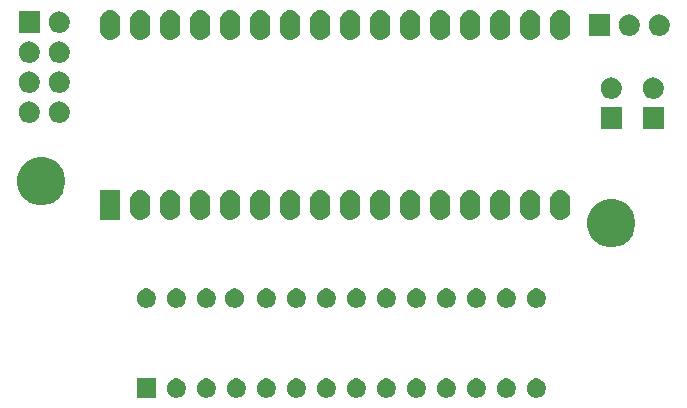
<source format=gbr>
G04 #@! TF.GenerationSoftware,KiCad,Pcbnew,(5.1.5-0-10_14)*
G04 #@! TF.CreationDate,2021-06-10T22:19:53-06:00*
G04 #@! TF.ProjectId,tc531000-tl866-adapter,74633533-3130-4303-902d-746c3836362d,rev?*
G04 #@! TF.SameCoordinates,Original*
G04 #@! TF.FileFunction,Soldermask,Top*
G04 #@! TF.FilePolarity,Negative*
%FSLAX46Y46*%
G04 Gerber Fmt 4.6, Leading zero omitted, Abs format (unit mm)*
G04 Created by KiCad (PCBNEW (5.1.5-0-10_14)) date 2021-06-10 22:19:53*
%MOMM*%
%LPD*%
G04 APERTURE LIST*
%ADD10C,0.100000*%
G04 APERTURE END LIST*
D10*
G36*
X153399142Y-95484242D02*
G01*
X153547101Y-95545529D01*
X153680255Y-95634499D01*
X153793501Y-95747745D01*
X153882471Y-95880899D01*
X153943758Y-96028858D01*
X153975000Y-96185925D01*
X153975000Y-96346075D01*
X153943758Y-96503142D01*
X153882471Y-96651101D01*
X153793501Y-96784255D01*
X153680255Y-96897501D01*
X153547101Y-96986471D01*
X153399142Y-97047758D01*
X153242075Y-97079000D01*
X153081925Y-97079000D01*
X152924858Y-97047758D01*
X152776899Y-96986471D01*
X152643745Y-96897501D01*
X152530499Y-96784255D01*
X152441529Y-96651101D01*
X152380242Y-96503142D01*
X152349000Y-96346075D01*
X152349000Y-96185925D01*
X152380242Y-96028858D01*
X152441529Y-95880899D01*
X152530499Y-95747745D01*
X152643745Y-95634499D01*
X152776899Y-95545529D01*
X152924858Y-95484242D01*
X153081925Y-95453000D01*
X153242075Y-95453000D01*
X153399142Y-95484242D01*
G37*
G36*
X150859142Y-95484242D02*
G01*
X151007101Y-95545529D01*
X151140255Y-95634499D01*
X151253501Y-95747745D01*
X151342471Y-95880899D01*
X151403758Y-96028858D01*
X151435000Y-96185925D01*
X151435000Y-96346075D01*
X151403758Y-96503142D01*
X151342471Y-96651101D01*
X151253501Y-96784255D01*
X151140255Y-96897501D01*
X151007101Y-96986471D01*
X150859142Y-97047758D01*
X150702075Y-97079000D01*
X150541925Y-97079000D01*
X150384858Y-97047758D01*
X150236899Y-96986471D01*
X150103745Y-96897501D01*
X149990499Y-96784255D01*
X149901529Y-96651101D01*
X149840242Y-96503142D01*
X149809000Y-96346075D01*
X149809000Y-96185925D01*
X149840242Y-96028858D01*
X149901529Y-95880899D01*
X149990499Y-95747745D01*
X150103745Y-95634499D01*
X150236899Y-95545529D01*
X150384858Y-95484242D01*
X150541925Y-95453000D01*
X150702075Y-95453000D01*
X150859142Y-95484242D01*
G37*
G36*
X148319142Y-95484242D02*
G01*
X148467101Y-95545529D01*
X148600255Y-95634499D01*
X148713501Y-95747745D01*
X148802471Y-95880899D01*
X148863758Y-96028858D01*
X148895000Y-96185925D01*
X148895000Y-96346075D01*
X148863758Y-96503142D01*
X148802471Y-96651101D01*
X148713501Y-96784255D01*
X148600255Y-96897501D01*
X148467101Y-96986471D01*
X148319142Y-97047758D01*
X148162075Y-97079000D01*
X148001925Y-97079000D01*
X147844858Y-97047758D01*
X147696899Y-96986471D01*
X147563745Y-96897501D01*
X147450499Y-96784255D01*
X147361529Y-96651101D01*
X147300242Y-96503142D01*
X147269000Y-96346075D01*
X147269000Y-96185925D01*
X147300242Y-96028858D01*
X147361529Y-95880899D01*
X147450499Y-95747745D01*
X147563745Y-95634499D01*
X147696899Y-95545529D01*
X147844858Y-95484242D01*
X148001925Y-95453000D01*
X148162075Y-95453000D01*
X148319142Y-95484242D01*
G37*
G36*
X145779142Y-95484242D02*
G01*
X145927101Y-95545529D01*
X146060255Y-95634499D01*
X146173501Y-95747745D01*
X146262471Y-95880899D01*
X146323758Y-96028858D01*
X146355000Y-96185925D01*
X146355000Y-96346075D01*
X146323758Y-96503142D01*
X146262471Y-96651101D01*
X146173501Y-96784255D01*
X146060255Y-96897501D01*
X145927101Y-96986471D01*
X145779142Y-97047758D01*
X145622075Y-97079000D01*
X145461925Y-97079000D01*
X145304858Y-97047758D01*
X145156899Y-96986471D01*
X145023745Y-96897501D01*
X144910499Y-96784255D01*
X144821529Y-96651101D01*
X144760242Y-96503142D01*
X144729000Y-96346075D01*
X144729000Y-96185925D01*
X144760242Y-96028858D01*
X144821529Y-95880899D01*
X144910499Y-95747745D01*
X145023745Y-95634499D01*
X145156899Y-95545529D01*
X145304858Y-95484242D01*
X145461925Y-95453000D01*
X145622075Y-95453000D01*
X145779142Y-95484242D01*
G37*
G36*
X143239142Y-95484242D02*
G01*
X143387101Y-95545529D01*
X143520255Y-95634499D01*
X143633501Y-95747745D01*
X143722471Y-95880899D01*
X143783758Y-96028858D01*
X143815000Y-96185925D01*
X143815000Y-96346075D01*
X143783758Y-96503142D01*
X143722471Y-96651101D01*
X143633501Y-96784255D01*
X143520255Y-96897501D01*
X143387101Y-96986471D01*
X143239142Y-97047758D01*
X143082075Y-97079000D01*
X142921925Y-97079000D01*
X142764858Y-97047758D01*
X142616899Y-96986471D01*
X142483745Y-96897501D01*
X142370499Y-96784255D01*
X142281529Y-96651101D01*
X142220242Y-96503142D01*
X142189000Y-96346075D01*
X142189000Y-96185925D01*
X142220242Y-96028858D01*
X142281529Y-95880899D01*
X142370499Y-95747745D01*
X142483745Y-95634499D01*
X142616899Y-95545529D01*
X142764858Y-95484242D01*
X142921925Y-95453000D01*
X143082075Y-95453000D01*
X143239142Y-95484242D01*
G37*
G36*
X140699142Y-95484242D02*
G01*
X140847101Y-95545529D01*
X140980255Y-95634499D01*
X141093501Y-95747745D01*
X141182471Y-95880899D01*
X141243758Y-96028858D01*
X141275000Y-96185925D01*
X141275000Y-96346075D01*
X141243758Y-96503142D01*
X141182471Y-96651101D01*
X141093501Y-96784255D01*
X140980255Y-96897501D01*
X140847101Y-96986471D01*
X140699142Y-97047758D01*
X140542075Y-97079000D01*
X140381925Y-97079000D01*
X140224858Y-97047758D01*
X140076899Y-96986471D01*
X139943745Y-96897501D01*
X139830499Y-96784255D01*
X139741529Y-96651101D01*
X139680242Y-96503142D01*
X139649000Y-96346075D01*
X139649000Y-96185925D01*
X139680242Y-96028858D01*
X139741529Y-95880899D01*
X139830499Y-95747745D01*
X139943745Y-95634499D01*
X140076899Y-95545529D01*
X140224858Y-95484242D01*
X140381925Y-95453000D01*
X140542075Y-95453000D01*
X140699142Y-95484242D01*
G37*
G36*
X138159142Y-95484242D02*
G01*
X138307101Y-95545529D01*
X138440255Y-95634499D01*
X138553501Y-95747745D01*
X138642471Y-95880899D01*
X138703758Y-96028858D01*
X138735000Y-96185925D01*
X138735000Y-96346075D01*
X138703758Y-96503142D01*
X138642471Y-96651101D01*
X138553501Y-96784255D01*
X138440255Y-96897501D01*
X138307101Y-96986471D01*
X138159142Y-97047758D01*
X138002075Y-97079000D01*
X137841925Y-97079000D01*
X137684858Y-97047758D01*
X137536899Y-96986471D01*
X137403745Y-96897501D01*
X137290499Y-96784255D01*
X137201529Y-96651101D01*
X137140242Y-96503142D01*
X137109000Y-96346075D01*
X137109000Y-96185925D01*
X137140242Y-96028858D01*
X137201529Y-95880899D01*
X137290499Y-95747745D01*
X137403745Y-95634499D01*
X137536899Y-95545529D01*
X137684858Y-95484242D01*
X137841925Y-95453000D01*
X138002075Y-95453000D01*
X138159142Y-95484242D01*
G37*
G36*
X135619142Y-95484242D02*
G01*
X135767101Y-95545529D01*
X135900255Y-95634499D01*
X136013501Y-95747745D01*
X136102471Y-95880899D01*
X136163758Y-96028858D01*
X136195000Y-96185925D01*
X136195000Y-96346075D01*
X136163758Y-96503142D01*
X136102471Y-96651101D01*
X136013501Y-96784255D01*
X135900255Y-96897501D01*
X135767101Y-96986471D01*
X135619142Y-97047758D01*
X135462075Y-97079000D01*
X135301925Y-97079000D01*
X135144858Y-97047758D01*
X134996899Y-96986471D01*
X134863745Y-96897501D01*
X134750499Y-96784255D01*
X134661529Y-96651101D01*
X134600242Y-96503142D01*
X134569000Y-96346075D01*
X134569000Y-96185925D01*
X134600242Y-96028858D01*
X134661529Y-95880899D01*
X134750499Y-95747745D01*
X134863745Y-95634499D01*
X134996899Y-95545529D01*
X135144858Y-95484242D01*
X135301925Y-95453000D01*
X135462075Y-95453000D01*
X135619142Y-95484242D01*
G37*
G36*
X133079142Y-95484242D02*
G01*
X133227101Y-95545529D01*
X133360255Y-95634499D01*
X133473501Y-95747745D01*
X133562471Y-95880899D01*
X133623758Y-96028858D01*
X133655000Y-96185925D01*
X133655000Y-96346075D01*
X133623758Y-96503142D01*
X133562471Y-96651101D01*
X133473501Y-96784255D01*
X133360255Y-96897501D01*
X133227101Y-96986471D01*
X133079142Y-97047758D01*
X132922075Y-97079000D01*
X132761925Y-97079000D01*
X132604858Y-97047758D01*
X132456899Y-96986471D01*
X132323745Y-96897501D01*
X132210499Y-96784255D01*
X132121529Y-96651101D01*
X132060242Y-96503142D01*
X132029000Y-96346075D01*
X132029000Y-96185925D01*
X132060242Y-96028858D01*
X132121529Y-95880899D01*
X132210499Y-95747745D01*
X132323745Y-95634499D01*
X132456899Y-95545529D01*
X132604858Y-95484242D01*
X132761925Y-95453000D01*
X132922075Y-95453000D01*
X133079142Y-95484242D01*
G37*
G36*
X130539142Y-95484242D02*
G01*
X130687101Y-95545529D01*
X130820255Y-95634499D01*
X130933501Y-95747745D01*
X131022471Y-95880899D01*
X131083758Y-96028858D01*
X131115000Y-96185925D01*
X131115000Y-96346075D01*
X131083758Y-96503142D01*
X131022471Y-96651101D01*
X130933501Y-96784255D01*
X130820255Y-96897501D01*
X130687101Y-96986471D01*
X130539142Y-97047758D01*
X130382075Y-97079000D01*
X130221925Y-97079000D01*
X130064858Y-97047758D01*
X129916899Y-96986471D01*
X129783745Y-96897501D01*
X129670499Y-96784255D01*
X129581529Y-96651101D01*
X129520242Y-96503142D01*
X129489000Y-96346075D01*
X129489000Y-96185925D01*
X129520242Y-96028858D01*
X129581529Y-95880899D01*
X129670499Y-95747745D01*
X129783745Y-95634499D01*
X129916899Y-95545529D01*
X130064858Y-95484242D01*
X130221925Y-95453000D01*
X130382075Y-95453000D01*
X130539142Y-95484242D01*
G37*
G36*
X127999142Y-95484242D02*
G01*
X128147101Y-95545529D01*
X128280255Y-95634499D01*
X128393501Y-95747745D01*
X128482471Y-95880899D01*
X128543758Y-96028858D01*
X128575000Y-96185925D01*
X128575000Y-96346075D01*
X128543758Y-96503142D01*
X128482471Y-96651101D01*
X128393501Y-96784255D01*
X128280255Y-96897501D01*
X128147101Y-96986471D01*
X127999142Y-97047758D01*
X127842075Y-97079000D01*
X127681925Y-97079000D01*
X127524858Y-97047758D01*
X127376899Y-96986471D01*
X127243745Y-96897501D01*
X127130499Y-96784255D01*
X127041529Y-96651101D01*
X126980242Y-96503142D01*
X126949000Y-96346075D01*
X126949000Y-96185925D01*
X126980242Y-96028858D01*
X127041529Y-95880899D01*
X127130499Y-95747745D01*
X127243745Y-95634499D01*
X127376899Y-95545529D01*
X127524858Y-95484242D01*
X127681925Y-95453000D01*
X127842075Y-95453000D01*
X127999142Y-95484242D01*
G37*
G36*
X125459142Y-95484242D02*
G01*
X125607101Y-95545529D01*
X125740255Y-95634499D01*
X125853501Y-95747745D01*
X125942471Y-95880899D01*
X126003758Y-96028858D01*
X126035000Y-96185925D01*
X126035000Y-96346075D01*
X126003758Y-96503142D01*
X125942471Y-96651101D01*
X125853501Y-96784255D01*
X125740255Y-96897501D01*
X125607101Y-96986471D01*
X125459142Y-97047758D01*
X125302075Y-97079000D01*
X125141925Y-97079000D01*
X124984858Y-97047758D01*
X124836899Y-96986471D01*
X124703745Y-96897501D01*
X124590499Y-96784255D01*
X124501529Y-96651101D01*
X124440242Y-96503142D01*
X124409000Y-96346075D01*
X124409000Y-96185925D01*
X124440242Y-96028858D01*
X124501529Y-95880899D01*
X124590499Y-95747745D01*
X124703745Y-95634499D01*
X124836899Y-95545529D01*
X124984858Y-95484242D01*
X125141925Y-95453000D01*
X125302075Y-95453000D01*
X125459142Y-95484242D01*
G37*
G36*
X122919142Y-95484242D02*
G01*
X123067101Y-95545529D01*
X123200255Y-95634499D01*
X123313501Y-95747745D01*
X123402471Y-95880899D01*
X123463758Y-96028858D01*
X123495000Y-96185925D01*
X123495000Y-96346075D01*
X123463758Y-96503142D01*
X123402471Y-96651101D01*
X123313501Y-96784255D01*
X123200255Y-96897501D01*
X123067101Y-96986471D01*
X122919142Y-97047758D01*
X122762075Y-97079000D01*
X122601925Y-97079000D01*
X122444858Y-97047758D01*
X122296899Y-96986471D01*
X122163745Y-96897501D01*
X122050499Y-96784255D01*
X121961529Y-96651101D01*
X121900242Y-96503142D01*
X121869000Y-96346075D01*
X121869000Y-96185925D01*
X121900242Y-96028858D01*
X121961529Y-95880899D01*
X122050499Y-95747745D01*
X122163745Y-95634499D01*
X122296899Y-95545529D01*
X122444858Y-95484242D01*
X122601925Y-95453000D01*
X122762075Y-95453000D01*
X122919142Y-95484242D01*
G37*
G36*
X120955000Y-97079000D02*
G01*
X119329000Y-97079000D01*
X119329000Y-95453000D01*
X120955000Y-95453000D01*
X120955000Y-97079000D01*
G37*
G36*
X120379142Y-87864242D02*
G01*
X120527101Y-87925529D01*
X120660255Y-88014499D01*
X120773501Y-88127745D01*
X120862471Y-88260899D01*
X120923758Y-88408858D01*
X120955000Y-88565925D01*
X120955000Y-88726075D01*
X120923758Y-88883142D01*
X120862471Y-89031101D01*
X120773501Y-89164255D01*
X120660255Y-89277501D01*
X120527101Y-89366471D01*
X120379142Y-89427758D01*
X120222075Y-89459000D01*
X120061925Y-89459000D01*
X119904858Y-89427758D01*
X119756899Y-89366471D01*
X119623745Y-89277501D01*
X119510499Y-89164255D01*
X119421529Y-89031101D01*
X119360242Y-88883142D01*
X119329000Y-88726075D01*
X119329000Y-88565925D01*
X119360242Y-88408858D01*
X119421529Y-88260899D01*
X119510499Y-88127745D01*
X119623745Y-88014499D01*
X119756899Y-87925529D01*
X119904858Y-87864242D01*
X120061925Y-87833000D01*
X120222075Y-87833000D01*
X120379142Y-87864242D01*
G37*
G36*
X122919142Y-87864242D02*
G01*
X123067101Y-87925529D01*
X123200255Y-88014499D01*
X123313501Y-88127745D01*
X123402471Y-88260899D01*
X123463758Y-88408858D01*
X123495000Y-88565925D01*
X123495000Y-88726075D01*
X123463758Y-88883142D01*
X123402471Y-89031101D01*
X123313501Y-89164255D01*
X123200255Y-89277501D01*
X123067101Y-89366471D01*
X122919142Y-89427758D01*
X122762075Y-89459000D01*
X122601925Y-89459000D01*
X122444858Y-89427758D01*
X122296899Y-89366471D01*
X122163745Y-89277501D01*
X122050499Y-89164255D01*
X121961529Y-89031101D01*
X121900242Y-88883142D01*
X121869000Y-88726075D01*
X121869000Y-88565925D01*
X121900242Y-88408858D01*
X121961529Y-88260899D01*
X122050499Y-88127745D01*
X122163745Y-88014499D01*
X122296899Y-87925529D01*
X122444858Y-87864242D01*
X122601925Y-87833000D01*
X122762075Y-87833000D01*
X122919142Y-87864242D01*
G37*
G36*
X125459142Y-87864242D02*
G01*
X125607101Y-87925529D01*
X125740255Y-88014499D01*
X125853501Y-88127745D01*
X125942471Y-88260899D01*
X126003758Y-88408858D01*
X126035000Y-88565925D01*
X126035000Y-88726075D01*
X126003758Y-88883142D01*
X125942471Y-89031101D01*
X125853501Y-89164255D01*
X125740255Y-89277501D01*
X125607101Y-89366471D01*
X125459142Y-89427758D01*
X125302075Y-89459000D01*
X125141925Y-89459000D01*
X124984858Y-89427758D01*
X124836899Y-89366471D01*
X124703745Y-89277501D01*
X124590499Y-89164255D01*
X124501529Y-89031101D01*
X124440242Y-88883142D01*
X124409000Y-88726075D01*
X124409000Y-88565925D01*
X124440242Y-88408858D01*
X124501529Y-88260899D01*
X124590499Y-88127745D01*
X124703745Y-88014499D01*
X124836899Y-87925529D01*
X124984858Y-87864242D01*
X125141925Y-87833000D01*
X125302075Y-87833000D01*
X125459142Y-87864242D01*
G37*
G36*
X127872142Y-87864242D02*
G01*
X128020101Y-87925529D01*
X128153255Y-88014499D01*
X128266501Y-88127745D01*
X128355471Y-88260899D01*
X128416758Y-88408858D01*
X128448000Y-88565925D01*
X128448000Y-88726075D01*
X128416758Y-88883142D01*
X128355471Y-89031101D01*
X128266501Y-89164255D01*
X128153255Y-89277501D01*
X128020101Y-89366471D01*
X127872142Y-89427758D01*
X127715075Y-89459000D01*
X127554925Y-89459000D01*
X127397858Y-89427758D01*
X127249899Y-89366471D01*
X127116745Y-89277501D01*
X127003499Y-89164255D01*
X126914529Y-89031101D01*
X126853242Y-88883142D01*
X126822000Y-88726075D01*
X126822000Y-88565925D01*
X126853242Y-88408858D01*
X126914529Y-88260899D01*
X127003499Y-88127745D01*
X127116745Y-88014499D01*
X127249899Y-87925529D01*
X127397858Y-87864242D01*
X127554925Y-87833000D01*
X127715075Y-87833000D01*
X127872142Y-87864242D01*
G37*
G36*
X130539142Y-87864242D02*
G01*
X130687101Y-87925529D01*
X130820255Y-88014499D01*
X130933501Y-88127745D01*
X131022471Y-88260899D01*
X131083758Y-88408858D01*
X131115000Y-88565925D01*
X131115000Y-88726075D01*
X131083758Y-88883142D01*
X131022471Y-89031101D01*
X130933501Y-89164255D01*
X130820255Y-89277501D01*
X130687101Y-89366471D01*
X130539142Y-89427758D01*
X130382075Y-89459000D01*
X130221925Y-89459000D01*
X130064858Y-89427758D01*
X129916899Y-89366471D01*
X129783745Y-89277501D01*
X129670499Y-89164255D01*
X129581529Y-89031101D01*
X129520242Y-88883142D01*
X129489000Y-88726075D01*
X129489000Y-88565925D01*
X129520242Y-88408858D01*
X129581529Y-88260899D01*
X129670499Y-88127745D01*
X129783745Y-88014499D01*
X129916899Y-87925529D01*
X130064858Y-87864242D01*
X130221925Y-87833000D01*
X130382075Y-87833000D01*
X130539142Y-87864242D01*
G37*
G36*
X133079142Y-87864242D02*
G01*
X133227101Y-87925529D01*
X133360255Y-88014499D01*
X133473501Y-88127745D01*
X133562471Y-88260899D01*
X133623758Y-88408858D01*
X133655000Y-88565925D01*
X133655000Y-88726075D01*
X133623758Y-88883142D01*
X133562471Y-89031101D01*
X133473501Y-89164255D01*
X133360255Y-89277501D01*
X133227101Y-89366471D01*
X133079142Y-89427758D01*
X132922075Y-89459000D01*
X132761925Y-89459000D01*
X132604858Y-89427758D01*
X132456899Y-89366471D01*
X132323745Y-89277501D01*
X132210499Y-89164255D01*
X132121529Y-89031101D01*
X132060242Y-88883142D01*
X132029000Y-88726075D01*
X132029000Y-88565925D01*
X132060242Y-88408858D01*
X132121529Y-88260899D01*
X132210499Y-88127745D01*
X132323745Y-88014499D01*
X132456899Y-87925529D01*
X132604858Y-87864242D01*
X132761925Y-87833000D01*
X132922075Y-87833000D01*
X133079142Y-87864242D01*
G37*
G36*
X135619142Y-87864242D02*
G01*
X135767101Y-87925529D01*
X135900255Y-88014499D01*
X136013501Y-88127745D01*
X136102471Y-88260899D01*
X136163758Y-88408858D01*
X136195000Y-88565925D01*
X136195000Y-88726075D01*
X136163758Y-88883142D01*
X136102471Y-89031101D01*
X136013501Y-89164255D01*
X135900255Y-89277501D01*
X135767101Y-89366471D01*
X135619142Y-89427758D01*
X135462075Y-89459000D01*
X135301925Y-89459000D01*
X135144858Y-89427758D01*
X134996899Y-89366471D01*
X134863745Y-89277501D01*
X134750499Y-89164255D01*
X134661529Y-89031101D01*
X134600242Y-88883142D01*
X134569000Y-88726075D01*
X134569000Y-88565925D01*
X134600242Y-88408858D01*
X134661529Y-88260899D01*
X134750499Y-88127745D01*
X134863745Y-88014499D01*
X134996899Y-87925529D01*
X135144858Y-87864242D01*
X135301925Y-87833000D01*
X135462075Y-87833000D01*
X135619142Y-87864242D01*
G37*
G36*
X138159142Y-87864242D02*
G01*
X138307101Y-87925529D01*
X138440255Y-88014499D01*
X138553501Y-88127745D01*
X138642471Y-88260899D01*
X138703758Y-88408858D01*
X138735000Y-88565925D01*
X138735000Y-88726075D01*
X138703758Y-88883142D01*
X138642471Y-89031101D01*
X138553501Y-89164255D01*
X138440255Y-89277501D01*
X138307101Y-89366471D01*
X138159142Y-89427758D01*
X138002075Y-89459000D01*
X137841925Y-89459000D01*
X137684858Y-89427758D01*
X137536899Y-89366471D01*
X137403745Y-89277501D01*
X137290499Y-89164255D01*
X137201529Y-89031101D01*
X137140242Y-88883142D01*
X137109000Y-88726075D01*
X137109000Y-88565925D01*
X137140242Y-88408858D01*
X137201529Y-88260899D01*
X137290499Y-88127745D01*
X137403745Y-88014499D01*
X137536899Y-87925529D01*
X137684858Y-87864242D01*
X137841925Y-87833000D01*
X138002075Y-87833000D01*
X138159142Y-87864242D01*
G37*
G36*
X140699142Y-87864242D02*
G01*
X140847101Y-87925529D01*
X140980255Y-88014499D01*
X141093501Y-88127745D01*
X141182471Y-88260899D01*
X141243758Y-88408858D01*
X141275000Y-88565925D01*
X141275000Y-88726075D01*
X141243758Y-88883142D01*
X141182471Y-89031101D01*
X141093501Y-89164255D01*
X140980255Y-89277501D01*
X140847101Y-89366471D01*
X140699142Y-89427758D01*
X140542075Y-89459000D01*
X140381925Y-89459000D01*
X140224858Y-89427758D01*
X140076899Y-89366471D01*
X139943745Y-89277501D01*
X139830499Y-89164255D01*
X139741529Y-89031101D01*
X139680242Y-88883142D01*
X139649000Y-88726075D01*
X139649000Y-88565925D01*
X139680242Y-88408858D01*
X139741529Y-88260899D01*
X139830499Y-88127745D01*
X139943745Y-88014499D01*
X140076899Y-87925529D01*
X140224858Y-87864242D01*
X140381925Y-87833000D01*
X140542075Y-87833000D01*
X140699142Y-87864242D01*
G37*
G36*
X143239142Y-87864242D02*
G01*
X143387101Y-87925529D01*
X143520255Y-88014499D01*
X143633501Y-88127745D01*
X143722471Y-88260899D01*
X143783758Y-88408858D01*
X143815000Y-88565925D01*
X143815000Y-88726075D01*
X143783758Y-88883142D01*
X143722471Y-89031101D01*
X143633501Y-89164255D01*
X143520255Y-89277501D01*
X143387101Y-89366471D01*
X143239142Y-89427758D01*
X143082075Y-89459000D01*
X142921925Y-89459000D01*
X142764858Y-89427758D01*
X142616899Y-89366471D01*
X142483745Y-89277501D01*
X142370499Y-89164255D01*
X142281529Y-89031101D01*
X142220242Y-88883142D01*
X142189000Y-88726075D01*
X142189000Y-88565925D01*
X142220242Y-88408858D01*
X142281529Y-88260899D01*
X142370499Y-88127745D01*
X142483745Y-88014499D01*
X142616899Y-87925529D01*
X142764858Y-87864242D01*
X142921925Y-87833000D01*
X143082075Y-87833000D01*
X143239142Y-87864242D01*
G37*
G36*
X145779142Y-87864242D02*
G01*
X145927101Y-87925529D01*
X146060255Y-88014499D01*
X146173501Y-88127745D01*
X146262471Y-88260899D01*
X146323758Y-88408858D01*
X146355000Y-88565925D01*
X146355000Y-88726075D01*
X146323758Y-88883142D01*
X146262471Y-89031101D01*
X146173501Y-89164255D01*
X146060255Y-89277501D01*
X145927101Y-89366471D01*
X145779142Y-89427758D01*
X145622075Y-89459000D01*
X145461925Y-89459000D01*
X145304858Y-89427758D01*
X145156899Y-89366471D01*
X145023745Y-89277501D01*
X144910499Y-89164255D01*
X144821529Y-89031101D01*
X144760242Y-88883142D01*
X144729000Y-88726075D01*
X144729000Y-88565925D01*
X144760242Y-88408858D01*
X144821529Y-88260899D01*
X144910499Y-88127745D01*
X145023745Y-88014499D01*
X145156899Y-87925529D01*
X145304858Y-87864242D01*
X145461925Y-87833000D01*
X145622075Y-87833000D01*
X145779142Y-87864242D01*
G37*
G36*
X148319142Y-87864242D02*
G01*
X148467101Y-87925529D01*
X148600255Y-88014499D01*
X148713501Y-88127745D01*
X148802471Y-88260899D01*
X148863758Y-88408858D01*
X148895000Y-88565925D01*
X148895000Y-88726075D01*
X148863758Y-88883142D01*
X148802471Y-89031101D01*
X148713501Y-89164255D01*
X148600255Y-89277501D01*
X148467101Y-89366471D01*
X148319142Y-89427758D01*
X148162075Y-89459000D01*
X148001925Y-89459000D01*
X147844858Y-89427758D01*
X147696899Y-89366471D01*
X147563745Y-89277501D01*
X147450499Y-89164255D01*
X147361529Y-89031101D01*
X147300242Y-88883142D01*
X147269000Y-88726075D01*
X147269000Y-88565925D01*
X147300242Y-88408858D01*
X147361529Y-88260899D01*
X147450499Y-88127745D01*
X147563745Y-88014499D01*
X147696899Y-87925529D01*
X147844858Y-87864242D01*
X148001925Y-87833000D01*
X148162075Y-87833000D01*
X148319142Y-87864242D01*
G37*
G36*
X150859142Y-87864242D02*
G01*
X151007101Y-87925529D01*
X151140255Y-88014499D01*
X151253501Y-88127745D01*
X151342471Y-88260899D01*
X151403758Y-88408858D01*
X151435000Y-88565925D01*
X151435000Y-88726075D01*
X151403758Y-88883142D01*
X151342471Y-89031101D01*
X151253501Y-89164255D01*
X151140255Y-89277501D01*
X151007101Y-89366471D01*
X150859142Y-89427758D01*
X150702075Y-89459000D01*
X150541925Y-89459000D01*
X150384858Y-89427758D01*
X150236899Y-89366471D01*
X150103745Y-89277501D01*
X149990499Y-89164255D01*
X149901529Y-89031101D01*
X149840242Y-88883142D01*
X149809000Y-88726075D01*
X149809000Y-88565925D01*
X149840242Y-88408858D01*
X149901529Y-88260899D01*
X149990499Y-88127745D01*
X150103745Y-88014499D01*
X150236899Y-87925529D01*
X150384858Y-87864242D01*
X150541925Y-87833000D01*
X150702075Y-87833000D01*
X150859142Y-87864242D01*
G37*
G36*
X153399142Y-87864242D02*
G01*
X153547101Y-87925529D01*
X153680255Y-88014499D01*
X153793501Y-88127745D01*
X153882471Y-88260899D01*
X153943758Y-88408858D01*
X153975000Y-88565925D01*
X153975000Y-88726075D01*
X153943758Y-88883142D01*
X153882471Y-89031101D01*
X153793501Y-89164255D01*
X153680255Y-89277501D01*
X153547101Y-89366471D01*
X153399142Y-89427758D01*
X153242075Y-89459000D01*
X153081925Y-89459000D01*
X152924858Y-89427758D01*
X152776899Y-89366471D01*
X152643745Y-89277501D01*
X152530499Y-89164255D01*
X152441529Y-89031101D01*
X152380242Y-88883142D01*
X152349000Y-88726075D01*
X152349000Y-88565925D01*
X152380242Y-88408858D01*
X152441529Y-88260899D01*
X152530499Y-88127745D01*
X152643745Y-88014499D01*
X152776899Y-87925529D01*
X152924858Y-87864242D01*
X153081925Y-87833000D01*
X153242075Y-87833000D01*
X153399142Y-87864242D01*
G37*
G36*
X160110254Y-80323818D02*
G01*
X160483511Y-80478426D01*
X160483513Y-80478427D01*
X160819436Y-80702884D01*
X161105116Y-80988564D01*
X161329574Y-81324489D01*
X161484182Y-81697746D01*
X161563000Y-82093993D01*
X161563000Y-82498007D01*
X161484182Y-82894254D01*
X161329574Y-83267511D01*
X161329573Y-83267513D01*
X161105116Y-83603436D01*
X160819436Y-83889116D01*
X160483513Y-84113573D01*
X160483512Y-84113574D01*
X160483511Y-84113574D01*
X160110254Y-84268182D01*
X159714007Y-84347000D01*
X159309993Y-84347000D01*
X158913746Y-84268182D01*
X158540489Y-84113574D01*
X158540488Y-84113574D01*
X158540487Y-84113573D01*
X158204564Y-83889116D01*
X157918884Y-83603436D01*
X157694427Y-83267513D01*
X157694426Y-83267511D01*
X157539818Y-82894254D01*
X157461000Y-82498007D01*
X157461000Y-82093993D01*
X157539818Y-81697746D01*
X157694426Y-81324489D01*
X157918884Y-80988564D01*
X158204564Y-80702884D01*
X158540487Y-80478427D01*
X158540489Y-80478426D01*
X158913746Y-80323818D01*
X159309993Y-80245000D01*
X159714007Y-80245000D01*
X160110254Y-80323818D01*
G37*
G36*
X155360822Y-79533313D02*
G01*
X155521241Y-79581976D01*
X155669077Y-79660995D01*
X155798659Y-79767341D01*
X155905004Y-79896922D01*
X155905005Y-79896924D01*
X155984024Y-80044758D01*
X156032687Y-80205177D01*
X156045000Y-80330196D01*
X156045000Y-81213803D01*
X156032687Y-81338822D01*
X155984024Y-81499242D01*
X155913114Y-81631906D01*
X155905004Y-81647078D01*
X155798659Y-81776659D01*
X155669078Y-81883004D01*
X155669076Y-81883005D01*
X155521242Y-81962024D01*
X155360823Y-82010687D01*
X155194000Y-82027117D01*
X155027178Y-82010687D01*
X154866759Y-81962024D01*
X154718925Y-81883005D01*
X154718923Y-81883004D01*
X154589342Y-81776659D01*
X154482997Y-81647078D01*
X154474887Y-81631906D01*
X154403977Y-81499242D01*
X154355314Y-81338823D01*
X154343000Y-81213803D01*
X154343000Y-80330197D01*
X154355313Y-80205178D01*
X154403976Y-80044759D01*
X154482995Y-79896923D01*
X154589341Y-79767341D01*
X154718922Y-79660996D01*
X154734094Y-79652886D01*
X154866758Y-79581976D01*
X155027177Y-79533313D01*
X155194000Y-79516883D01*
X155360822Y-79533313D01*
G37*
G36*
X119800822Y-79533313D02*
G01*
X119961241Y-79581976D01*
X120109077Y-79660995D01*
X120238659Y-79767341D01*
X120345004Y-79896922D01*
X120345005Y-79896924D01*
X120424024Y-80044758D01*
X120472687Y-80205177D01*
X120485000Y-80330196D01*
X120485000Y-81213803D01*
X120472687Y-81338822D01*
X120424024Y-81499242D01*
X120353114Y-81631906D01*
X120345004Y-81647078D01*
X120238659Y-81776659D01*
X120109078Y-81883004D01*
X120109076Y-81883005D01*
X119961242Y-81962024D01*
X119800823Y-82010687D01*
X119634000Y-82027117D01*
X119467178Y-82010687D01*
X119306759Y-81962024D01*
X119158925Y-81883005D01*
X119158923Y-81883004D01*
X119029342Y-81776659D01*
X118922997Y-81647078D01*
X118914887Y-81631906D01*
X118843977Y-81499242D01*
X118795314Y-81338823D01*
X118783000Y-81213803D01*
X118783000Y-80330197D01*
X118795313Y-80205178D01*
X118843976Y-80044759D01*
X118922995Y-79896923D01*
X119029341Y-79767341D01*
X119158922Y-79660996D01*
X119174094Y-79652886D01*
X119306758Y-79581976D01*
X119467177Y-79533313D01*
X119634000Y-79516883D01*
X119800822Y-79533313D01*
G37*
G36*
X150280822Y-79533313D02*
G01*
X150441241Y-79581976D01*
X150589077Y-79660995D01*
X150718659Y-79767341D01*
X150825004Y-79896922D01*
X150825005Y-79896924D01*
X150904024Y-80044758D01*
X150952687Y-80205177D01*
X150965000Y-80330196D01*
X150965000Y-81213803D01*
X150952687Y-81338822D01*
X150904024Y-81499242D01*
X150833114Y-81631906D01*
X150825004Y-81647078D01*
X150718659Y-81776659D01*
X150589078Y-81883004D01*
X150589076Y-81883005D01*
X150441242Y-81962024D01*
X150280823Y-82010687D01*
X150114000Y-82027117D01*
X149947178Y-82010687D01*
X149786759Y-81962024D01*
X149638925Y-81883005D01*
X149638923Y-81883004D01*
X149509342Y-81776659D01*
X149402997Y-81647078D01*
X149394887Y-81631906D01*
X149323977Y-81499242D01*
X149275314Y-81338823D01*
X149263000Y-81213803D01*
X149263000Y-80330197D01*
X149275313Y-80205178D01*
X149323976Y-80044759D01*
X149402995Y-79896923D01*
X149509341Y-79767341D01*
X149638922Y-79660996D01*
X149654094Y-79652886D01*
X149786758Y-79581976D01*
X149947177Y-79533313D01*
X150114000Y-79516883D01*
X150280822Y-79533313D01*
G37*
G36*
X152820822Y-79533313D02*
G01*
X152981241Y-79581976D01*
X153129077Y-79660995D01*
X153258659Y-79767341D01*
X153365004Y-79896922D01*
X153365005Y-79896924D01*
X153444024Y-80044758D01*
X153492687Y-80205177D01*
X153505000Y-80330196D01*
X153505000Y-81213803D01*
X153492687Y-81338822D01*
X153444024Y-81499242D01*
X153373114Y-81631906D01*
X153365004Y-81647078D01*
X153258659Y-81776659D01*
X153129078Y-81883004D01*
X153129076Y-81883005D01*
X152981242Y-81962024D01*
X152820823Y-82010687D01*
X152654000Y-82027117D01*
X152487178Y-82010687D01*
X152326759Y-81962024D01*
X152178925Y-81883005D01*
X152178923Y-81883004D01*
X152049342Y-81776659D01*
X151942997Y-81647078D01*
X151934887Y-81631906D01*
X151863977Y-81499242D01*
X151815314Y-81338823D01*
X151803000Y-81213803D01*
X151803000Y-80330197D01*
X151815313Y-80205178D01*
X151863976Y-80044759D01*
X151942995Y-79896923D01*
X152049341Y-79767341D01*
X152178922Y-79660996D01*
X152194094Y-79652886D01*
X152326758Y-79581976D01*
X152487177Y-79533313D01*
X152654000Y-79516883D01*
X152820822Y-79533313D01*
G37*
G36*
X147740822Y-79533313D02*
G01*
X147901241Y-79581976D01*
X148049077Y-79660995D01*
X148178659Y-79767341D01*
X148285004Y-79896922D01*
X148285005Y-79896924D01*
X148364024Y-80044758D01*
X148412687Y-80205177D01*
X148425000Y-80330196D01*
X148425000Y-81213803D01*
X148412687Y-81338822D01*
X148364024Y-81499242D01*
X148293114Y-81631906D01*
X148285004Y-81647078D01*
X148178659Y-81776659D01*
X148049078Y-81883004D01*
X148049076Y-81883005D01*
X147901242Y-81962024D01*
X147740823Y-82010687D01*
X147574000Y-82027117D01*
X147407178Y-82010687D01*
X147246759Y-81962024D01*
X147098925Y-81883005D01*
X147098923Y-81883004D01*
X146969342Y-81776659D01*
X146862997Y-81647078D01*
X146854887Y-81631906D01*
X146783977Y-81499242D01*
X146735314Y-81338823D01*
X146723000Y-81213803D01*
X146723000Y-80330197D01*
X146735313Y-80205178D01*
X146783976Y-80044759D01*
X146862995Y-79896923D01*
X146969341Y-79767341D01*
X147098922Y-79660996D01*
X147114094Y-79652886D01*
X147246758Y-79581976D01*
X147407177Y-79533313D01*
X147574000Y-79516883D01*
X147740822Y-79533313D01*
G37*
G36*
X145200822Y-79533313D02*
G01*
X145361241Y-79581976D01*
X145509077Y-79660995D01*
X145638659Y-79767341D01*
X145745004Y-79896922D01*
X145745005Y-79896924D01*
X145824024Y-80044758D01*
X145872687Y-80205177D01*
X145885000Y-80330196D01*
X145885000Y-81213803D01*
X145872687Y-81338822D01*
X145824024Y-81499242D01*
X145753114Y-81631906D01*
X145745004Y-81647078D01*
X145638659Y-81776659D01*
X145509078Y-81883004D01*
X145509076Y-81883005D01*
X145361242Y-81962024D01*
X145200823Y-82010687D01*
X145034000Y-82027117D01*
X144867178Y-82010687D01*
X144706759Y-81962024D01*
X144558925Y-81883005D01*
X144558923Y-81883004D01*
X144429342Y-81776659D01*
X144322997Y-81647078D01*
X144314887Y-81631906D01*
X144243977Y-81499242D01*
X144195314Y-81338823D01*
X144183000Y-81213803D01*
X144183000Y-80330197D01*
X144195313Y-80205178D01*
X144243976Y-80044759D01*
X144322995Y-79896923D01*
X144429341Y-79767341D01*
X144558922Y-79660996D01*
X144574094Y-79652886D01*
X144706758Y-79581976D01*
X144867177Y-79533313D01*
X145034000Y-79516883D01*
X145200822Y-79533313D01*
G37*
G36*
X142660822Y-79533313D02*
G01*
X142821241Y-79581976D01*
X142969077Y-79660995D01*
X143098659Y-79767341D01*
X143205004Y-79896922D01*
X143205005Y-79896924D01*
X143284024Y-80044758D01*
X143332687Y-80205177D01*
X143345000Y-80330196D01*
X143345000Y-81213803D01*
X143332687Y-81338822D01*
X143284024Y-81499242D01*
X143213114Y-81631906D01*
X143205004Y-81647078D01*
X143098659Y-81776659D01*
X142969078Y-81883004D01*
X142969076Y-81883005D01*
X142821242Y-81962024D01*
X142660823Y-82010687D01*
X142494000Y-82027117D01*
X142327178Y-82010687D01*
X142166759Y-81962024D01*
X142018925Y-81883005D01*
X142018923Y-81883004D01*
X141889342Y-81776659D01*
X141782997Y-81647078D01*
X141774887Y-81631906D01*
X141703977Y-81499242D01*
X141655314Y-81338823D01*
X141643000Y-81213803D01*
X141643000Y-80330197D01*
X141655313Y-80205178D01*
X141703976Y-80044759D01*
X141782995Y-79896923D01*
X141889341Y-79767341D01*
X142018922Y-79660996D01*
X142034094Y-79652886D01*
X142166758Y-79581976D01*
X142327177Y-79533313D01*
X142494000Y-79516883D01*
X142660822Y-79533313D01*
G37*
G36*
X140120822Y-79533313D02*
G01*
X140281241Y-79581976D01*
X140429077Y-79660995D01*
X140558659Y-79767341D01*
X140665004Y-79896922D01*
X140665005Y-79896924D01*
X140744024Y-80044758D01*
X140792687Y-80205177D01*
X140805000Y-80330196D01*
X140805000Y-81213803D01*
X140792687Y-81338822D01*
X140744024Y-81499242D01*
X140673114Y-81631906D01*
X140665004Y-81647078D01*
X140558659Y-81776659D01*
X140429078Y-81883004D01*
X140429076Y-81883005D01*
X140281242Y-81962024D01*
X140120823Y-82010687D01*
X139954000Y-82027117D01*
X139787178Y-82010687D01*
X139626759Y-81962024D01*
X139478925Y-81883005D01*
X139478923Y-81883004D01*
X139349342Y-81776659D01*
X139242997Y-81647078D01*
X139234887Y-81631906D01*
X139163977Y-81499242D01*
X139115314Y-81338823D01*
X139103000Y-81213803D01*
X139103000Y-80330197D01*
X139115313Y-80205178D01*
X139163976Y-80044759D01*
X139242995Y-79896923D01*
X139349341Y-79767341D01*
X139478922Y-79660996D01*
X139494094Y-79652886D01*
X139626758Y-79581976D01*
X139787177Y-79533313D01*
X139954000Y-79516883D01*
X140120822Y-79533313D01*
G37*
G36*
X137580822Y-79533313D02*
G01*
X137741241Y-79581976D01*
X137889077Y-79660995D01*
X138018659Y-79767341D01*
X138125004Y-79896922D01*
X138125005Y-79896924D01*
X138204024Y-80044758D01*
X138252687Y-80205177D01*
X138265000Y-80330196D01*
X138265000Y-81213803D01*
X138252687Y-81338822D01*
X138204024Y-81499242D01*
X138133114Y-81631906D01*
X138125004Y-81647078D01*
X138018659Y-81776659D01*
X137889078Y-81883004D01*
X137889076Y-81883005D01*
X137741242Y-81962024D01*
X137580823Y-82010687D01*
X137414000Y-82027117D01*
X137247178Y-82010687D01*
X137086759Y-81962024D01*
X136938925Y-81883005D01*
X136938923Y-81883004D01*
X136809342Y-81776659D01*
X136702997Y-81647078D01*
X136694887Y-81631906D01*
X136623977Y-81499242D01*
X136575314Y-81338823D01*
X136563000Y-81213803D01*
X136563000Y-80330197D01*
X136575313Y-80205178D01*
X136623976Y-80044759D01*
X136702995Y-79896923D01*
X136809341Y-79767341D01*
X136938922Y-79660996D01*
X136954094Y-79652886D01*
X137086758Y-79581976D01*
X137247177Y-79533313D01*
X137414000Y-79516883D01*
X137580822Y-79533313D01*
G37*
G36*
X135040822Y-79533313D02*
G01*
X135201241Y-79581976D01*
X135349077Y-79660995D01*
X135478659Y-79767341D01*
X135585004Y-79896922D01*
X135585005Y-79896924D01*
X135664024Y-80044758D01*
X135712687Y-80205177D01*
X135725000Y-80330196D01*
X135725000Y-81213803D01*
X135712687Y-81338822D01*
X135664024Y-81499242D01*
X135593114Y-81631906D01*
X135585004Y-81647078D01*
X135478659Y-81776659D01*
X135349078Y-81883004D01*
X135349076Y-81883005D01*
X135201242Y-81962024D01*
X135040823Y-82010687D01*
X134874000Y-82027117D01*
X134707178Y-82010687D01*
X134546759Y-81962024D01*
X134398925Y-81883005D01*
X134398923Y-81883004D01*
X134269342Y-81776659D01*
X134162997Y-81647078D01*
X134154887Y-81631906D01*
X134083977Y-81499242D01*
X134035314Y-81338823D01*
X134023000Y-81213803D01*
X134023000Y-80330197D01*
X134035313Y-80205178D01*
X134083976Y-80044759D01*
X134162995Y-79896923D01*
X134269341Y-79767341D01*
X134398922Y-79660996D01*
X134414094Y-79652886D01*
X134546758Y-79581976D01*
X134707177Y-79533313D01*
X134874000Y-79516883D01*
X135040822Y-79533313D01*
G37*
G36*
X132500822Y-79533313D02*
G01*
X132661241Y-79581976D01*
X132809077Y-79660995D01*
X132938659Y-79767341D01*
X133045004Y-79896922D01*
X133045005Y-79896924D01*
X133124024Y-80044758D01*
X133172687Y-80205177D01*
X133185000Y-80330196D01*
X133185000Y-81213803D01*
X133172687Y-81338822D01*
X133124024Y-81499242D01*
X133053114Y-81631906D01*
X133045004Y-81647078D01*
X132938659Y-81776659D01*
X132809078Y-81883004D01*
X132809076Y-81883005D01*
X132661242Y-81962024D01*
X132500823Y-82010687D01*
X132334000Y-82027117D01*
X132167178Y-82010687D01*
X132006759Y-81962024D01*
X131858925Y-81883005D01*
X131858923Y-81883004D01*
X131729342Y-81776659D01*
X131622997Y-81647078D01*
X131614887Y-81631906D01*
X131543977Y-81499242D01*
X131495314Y-81338823D01*
X131483000Y-81213803D01*
X131483000Y-80330197D01*
X131495313Y-80205178D01*
X131543976Y-80044759D01*
X131622995Y-79896923D01*
X131729341Y-79767341D01*
X131858922Y-79660996D01*
X131874094Y-79652886D01*
X132006758Y-79581976D01*
X132167177Y-79533313D01*
X132334000Y-79516883D01*
X132500822Y-79533313D01*
G37*
G36*
X129960822Y-79533313D02*
G01*
X130121241Y-79581976D01*
X130269077Y-79660995D01*
X130398659Y-79767341D01*
X130505004Y-79896922D01*
X130505005Y-79896924D01*
X130584024Y-80044758D01*
X130632687Y-80205177D01*
X130645000Y-80330196D01*
X130645000Y-81213803D01*
X130632687Y-81338822D01*
X130584024Y-81499242D01*
X130513114Y-81631906D01*
X130505004Y-81647078D01*
X130398659Y-81776659D01*
X130269078Y-81883004D01*
X130269076Y-81883005D01*
X130121242Y-81962024D01*
X129960823Y-82010687D01*
X129794000Y-82027117D01*
X129627178Y-82010687D01*
X129466759Y-81962024D01*
X129318925Y-81883005D01*
X129318923Y-81883004D01*
X129189342Y-81776659D01*
X129082997Y-81647078D01*
X129074887Y-81631906D01*
X129003977Y-81499242D01*
X128955314Y-81338823D01*
X128943000Y-81213803D01*
X128943000Y-80330197D01*
X128955313Y-80205178D01*
X129003976Y-80044759D01*
X129082995Y-79896923D01*
X129189341Y-79767341D01*
X129318922Y-79660996D01*
X129334094Y-79652886D01*
X129466758Y-79581976D01*
X129627177Y-79533313D01*
X129794000Y-79516883D01*
X129960822Y-79533313D01*
G37*
G36*
X127420822Y-79533313D02*
G01*
X127581241Y-79581976D01*
X127729077Y-79660995D01*
X127858659Y-79767341D01*
X127965004Y-79896922D01*
X127965005Y-79896924D01*
X128044024Y-80044758D01*
X128092687Y-80205177D01*
X128105000Y-80330196D01*
X128105000Y-81213803D01*
X128092687Y-81338822D01*
X128044024Y-81499242D01*
X127973114Y-81631906D01*
X127965004Y-81647078D01*
X127858659Y-81776659D01*
X127729078Y-81883004D01*
X127729076Y-81883005D01*
X127581242Y-81962024D01*
X127420823Y-82010687D01*
X127254000Y-82027117D01*
X127087178Y-82010687D01*
X126926759Y-81962024D01*
X126778925Y-81883005D01*
X126778923Y-81883004D01*
X126649342Y-81776659D01*
X126542997Y-81647078D01*
X126534887Y-81631906D01*
X126463977Y-81499242D01*
X126415314Y-81338823D01*
X126403000Y-81213803D01*
X126403000Y-80330197D01*
X126415313Y-80205178D01*
X126463976Y-80044759D01*
X126542995Y-79896923D01*
X126649341Y-79767341D01*
X126778922Y-79660996D01*
X126794094Y-79652886D01*
X126926758Y-79581976D01*
X127087177Y-79533313D01*
X127254000Y-79516883D01*
X127420822Y-79533313D01*
G37*
G36*
X124880822Y-79533313D02*
G01*
X125041241Y-79581976D01*
X125189077Y-79660995D01*
X125318659Y-79767341D01*
X125425004Y-79896922D01*
X125425005Y-79896924D01*
X125504024Y-80044758D01*
X125552687Y-80205177D01*
X125565000Y-80330196D01*
X125565000Y-81213803D01*
X125552687Y-81338822D01*
X125504024Y-81499242D01*
X125433114Y-81631906D01*
X125425004Y-81647078D01*
X125318659Y-81776659D01*
X125189078Y-81883004D01*
X125189076Y-81883005D01*
X125041242Y-81962024D01*
X124880823Y-82010687D01*
X124714000Y-82027117D01*
X124547178Y-82010687D01*
X124386759Y-81962024D01*
X124238925Y-81883005D01*
X124238923Y-81883004D01*
X124109342Y-81776659D01*
X124002997Y-81647078D01*
X123994887Y-81631906D01*
X123923977Y-81499242D01*
X123875314Y-81338823D01*
X123863000Y-81213803D01*
X123863000Y-80330197D01*
X123875313Y-80205178D01*
X123923976Y-80044759D01*
X124002995Y-79896923D01*
X124109341Y-79767341D01*
X124238922Y-79660996D01*
X124254094Y-79652886D01*
X124386758Y-79581976D01*
X124547177Y-79533313D01*
X124714000Y-79516883D01*
X124880822Y-79533313D01*
G37*
G36*
X122340822Y-79533313D02*
G01*
X122501241Y-79581976D01*
X122649077Y-79660995D01*
X122778659Y-79767341D01*
X122885004Y-79896922D01*
X122885005Y-79896924D01*
X122964024Y-80044758D01*
X123012687Y-80205177D01*
X123025000Y-80330196D01*
X123025000Y-81213803D01*
X123012687Y-81338822D01*
X122964024Y-81499242D01*
X122893114Y-81631906D01*
X122885004Y-81647078D01*
X122778659Y-81776659D01*
X122649078Y-81883004D01*
X122649076Y-81883005D01*
X122501242Y-81962024D01*
X122340823Y-82010687D01*
X122174000Y-82027117D01*
X122007178Y-82010687D01*
X121846759Y-81962024D01*
X121698925Y-81883005D01*
X121698923Y-81883004D01*
X121569342Y-81776659D01*
X121462997Y-81647078D01*
X121454887Y-81631906D01*
X121383977Y-81499242D01*
X121335314Y-81338823D01*
X121323000Y-81213803D01*
X121323000Y-80330197D01*
X121335313Y-80205178D01*
X121383976Y-80044759D01*
X121462995Y-79896923D01*
X121569341Y-79767341D01*
X121698922Y-79660996D01*
X121714094Y-79652886D01*
X121846758Y-79581976D01*
X122007177Y-79533313D01*
X122174000Y-79516883D01*
X122340822Y-79533313D01*
G37*
G36*
X117945000Y-82023000D02*
G01*
X116243000Y-82023000D01*
X116243000Y-79521000D01*
X117945000Y-79521000D01*
X117945000Y-82023000D01*
G37*
G36*
X111850254Y-76767818D02*
G01*
X112223511Y-76922426D01*
X112223513Y-76922427D01*
X112559436Y-77146884D01*
X112845116Y-77432564D01*
X113069574Y-77768489D01*
X113224182Y-78141746D01*
X113303000Y-78537993D01*
X113303000Y-78942007D01*
X113224182Y-79338254D01*
X113123229Y-79581976D01*
X113069573Y-79711513D01*
X112845116Y-80047436D01*
X112559436Y-80333116D01*
X112223513Y-80557573D01*
X112223512Y-80557574D01*
X112223511Y-80557574D01*
X111850254Y-80712182D01*
X111454007Y-80791000D01*
X111049993Y-80791000D01*
X110653746Y-80712182D01*
X110280489Y-80557574D01*
X110280488Y-80557574D01*
X110280487Y-80557573D01*
X109944564Y-80333116D01*
X109658884Y-80047436D01*
X109434427Y-79711513D01*
X109380771Y-79581976D01*
X109279818Y-79338254D01*
X109201000Y-78942007D01*
X109201000Y-78537993D01*
X109279818Y-78141746D01*
X109434426Y-77768489D01*
X109658884Y-77432564D01*
X109944564Y-77146884D01*
X110280487Y-76922427D01*
X110280489Y-76922426D01*
X110653746Y-76767818D01*
X111049993Y-76689000D01*
X111454007Y-76689000D01*
X111850254Y-76767818D01*
G37*
G36*
X163969000Y-74307000D02*
G01*
X162167000Y-74307000D01*
X162167000Y-72505000D01*
X163969000Y-72505000D01*
X163969000Y-74307000D01*
G37*
G36*
X160413000Y-74307000D02*
G01*
X158611000Y-74307000D01*
X158611000Y-72505000D01*
X160413000Y-72505000D01*
X160413000Y-74307000D01*
G37*
G36*
X110349512Y-72001927D02*
G01*
X110498812Y-72031624D01*
X110662784Y-72099544D01*
X110810354Y-72198147D01*
X110935853Y-72323646D01*
X111034456Y-72471216D01*
X111102376Y-72635188D01*
X111137000Y-72809259D01*
X111137000Y-72986741D01*
X111102376Y-73160812D01*
X111034456Y-73324784D01*
X110935853Y-73472354D01*
X110810354Y-73597853D01*
X110662784Y-73696456D01*
X110498812Y-73764376D01*
X110349512Y-73794073D01*
X110324742Y-73799000D01*
X110147258Y-73799000D01*
X110122488Y-73794073D01*
X109973188Y-73764376D01*
X109809216Y-73696456D01*
X109661646Y-73597853D01*
X109536147Y-73472354D01*
X109437544Y-73324784D01*
X109369624Y-73160812D01*
X109335000Y-72986741D01*
X109335000Y-72809259D01*
X109369624Y-72635188D01*
X109437544Y-72471216D01*
X109536147Y-72323646D01*
X109661646Y-72198147D01*
X109809216Y-72099544D01*
X109973188Y-72031624D01*
X110122488Y-72001927D01*
X110147258Y-71997000D01*
X110324742Y-71997000D01*
X110349512Y-72001927D01*
G37*
G36*
X112889512Y-72001927D02*
G01*
X113038812Y-72031624D01*
X113202784Y-72099544D01*
X113350354Y-72198147D01*
X113475853Y-72323646D01*
X113574456Y-72471216D01*
X113642376Y-72635188D01*
X113677000Y-72809259D01*
X113677000Y-72986741D01*
X113642376Y-73160812D01*
X113574456Y-73324784D01*
X113475853Y-73472354D01*
X113350354Y-73597853D01*
X113202784Y-73696456D01*
X113038812Y-73764376D01*
X112889512Y-73794073D01*
X112864742Y-73799000D01*
X112687258Y-73799000D01*
X112662488Y-73794073D01*
X112513188Y-73764376D01*
X112349216Y-73696456D01*
X112201646Y-73597853D01*
X112076147Y-73472354D01*
X111977544Y-73324784D01*
X111909624Y-73160812D01*
X111875000Y-72986741D01*
X111875000Y-72809259D01*
X111909624Y-72635188D01*
X111977544Y-72471216D01*
X112076147Y-72323646D01*
X112201646Y-72198147D01*
X112349216Y-72099544D01*
X112513188Y-72031624D01*
X112662488Y-72001927D01*
X112687258Y-71997000D01*
X112864742Y-71997000D01*
X112889512Y-72001927D01*
G37*
G36*
X159625512Y-69969927D02*
G01*
X159774812Y-69999624D01*
X159938784Y-70067544D01*
X160086354Y-70166147D01*
X160211853Y-70291646D01*
X160310456Y-70439216D01*
X160378376Y-70603188D01*
X160413000Y-70777259D01*
X160413000Y-70954741D01*
X160378376Y-71128812D01*
X160310456Y-71292784D01*
X160211853Y-71440354D01*
X160086354Y-71565853D01*
X159938784Y-71664456D01*
X159774812Y-71732376D01*
X159625512Y-71762073D01*
X159600742Y-71767000D01*
X159423258Y-71767000D01*
X159398488Y-71762073D01*
X159249188Y-71732376D01*
X159085216Y-71664456D01*
X158937646Y-71565853D01*
X158812147Y-71440354D01*
X158713544Y-71292784D01*
X158645624Y-71128812D01*
X158611000Y-70954741D01*
X158611000Y-70777259D01*
X158645624Y-70603188D01*
X158713544Y-70439216D01*
X158812147Y-70291646D01*
X158937646Y-70166147D01*
X159085216Y-70067544D01*
X159249188Y-69999624D01*
X159398488Y-69969927D01*
X159423258Y-69965000D01*
X159600742Y-69965000D01*
X159625512Y-69969927D01*
G37*
G36*
X163181512Y-69969927D02*
G01*
X163330812Y-69999624D01*
X163494784Y-70067544D01*
X163642354Y-70166147D01*
X163767853Y-70291646D01*
X163866456Y-70439216D01*
X163934376Y-70603188D01*
X163969000Y-70777259D01*
X163969000Y-70954741D01*
X163934376Y-71128812D01*
X163866456Y-71292784D01*
X163767853Y-71440354D01*
X163642354Y-71565853D01*
X163494784Y-71664456D01*
X163330812Y-71732376D01*
X163181512Y-71762073D01*
X163156742Y-71767000D01*
X162979258Y-71767000D01*
X162954488Y-71762073D01*
X162805188Y-71732376D01*
X162641216Y-71664456D01*
X162493646Y-71565853D01*
X162368147Y-71440354D01*
X162269544Y-71292784D01*
X162201624Y-71128812D01*
X162167000Y-70954741D01*
X162167000Y-70777259D01*
X162201624Y-70603188D01*
X162269544Y-70439216D01*
X162368147Y-70291646D01*
X162493646Y-70166147D01*
X162641216Y-70067544D01*
X162805188Y-69999624D01*
X162954488Y-69969927D01*
X162979258Y-69965000D01*
X163156742Y-69965000D01*
X163181512Y-69969927D01*
G37*
G36*
X110349512Y-69461927D02*
G01*
X110498812Y-69491624D01*
X110662784Y-69559544D01*
X110810354Y-69658147D01*
X110935853Y-69783646D01*
X111034456Y-69931216D01*
X111102376Y-70095188D01*
X111137000Y-70269259D01*
X111137000Y-70446741D01*
X111102376Y-70620812D01*
X111034456Y-70784784D01*
X110935853Y-70932354D01*
X110810354Y-71057853D01*
X110662784Y-71156456D01*
X110498812Y-71224376D01*
X110349512Y-71254073D01*
X110324742Y-71259000D01*
X110147258Y-71259000D01*
X110122488Y-71254073D01*
X109973188Y-71224376D01*
X109809216Y-71156456D01*
X109661646Y-71057853D01*
X109536147Y-70932354D01*
X109437544Y-70784784D01*
X109369624Y-70620812D01*
X109335000Y-70446741D01*
X109335000Y-70269259D01*
X109369624Y-70095188D01*
X109437544Y-69931216D01*
X109536147Y-69783646D01*
X109661646Y-69658147D01*
X109809216Y-69559544D01*
X109973188Y-69491624D01*
X110122488Y-69461927D01*
X110147258Y-69457000D01*
X110324742Y-69457000D01*
X110349512Y-69461927D01*
G37*
G36*
X112889512Y-69461927D02*
G01*
X113038812Y-69491624D01*
X113202784Y-69559544D01*
X113350354Y-69658147D01*
X113475853Y-69783646D01*
X113574456Y-69931216D01*
X113642376Y-70095188D01*
X113677000Y-70269259D01*
X113677000Y-70446741D01*
X113642376Y-70620812D01*
X113574456Y-70784784D01*
X113475853Y-70932354D01*
X113350354Y-71057853D01*
X113202784Y-71156456D01*
X113038812Y-71224376D01*
X112889512Y-71254073D01*
X112864742Y-71259000D01*
X112687258Y-71259000D01*
X112662488Y-71254073D01*
X112513188Y-71224376D01*
X112349216Y-71156456D01*
X112201646Y-71057853D01*
X112076147Y-70932354D01*
X111977544Y-70784784D01*
X111909624Y-70620812D01*
X111875000Y-70446741D01*
X111875000Y-70269259D01*
X111909624Y-70095188D01*
X111977544Y-69931216D01*
X112076147Y-69783646D01*
X112201646Y-69658147D01*
X112349216Y-69559544D01*
X112513188Y-69491624D01*
X112662488Y-69461927D01*
X112687258Y-69457000D01*
X112864742Y-69457000D01*
X112889512Y-69461927D01*
G37*
G36*
X112889512Y-66921927D02*
G01*
X113038812Y-66951624D01*
X113202784Y-67019544D01*
X113350354Y-67118147D01*
X113475853Y-67243646D01*
X113574456Y-67391216D01*
X113642376Y-67555188D01*
X113677000Y-67729259D01*
X113677000Y-67906741D01*
X113642376Y-68080812D01*
X113574456Y-68244784D01*
X113475853Y-68392354D01*
X113350354Y-68517853D01*
X113202784Y-68616456D01*
X113038812Y-68684376D01*
X112889512Y-68714073D01*
X112864742Y-68719000D01*
X112687258Y-68719000D01*
X112662488Y-68714073D01*
X112513188Y-68684376D01*
X112349216Y-68616456D01*
X112201646Y-68517853D01*
X112076147Y-68392354D01*
X111977544Y-68244784D01*
X111909624Y-68080812D01*
X111875000Y-67906741D01*
X111875000Y-67729259D01*
X111909624Y-67555188D01*
X111977544Y-67391216D01*
X112076147Y-67243646D01*
X112201646Y-67118147D01*
X112349216Y-67019544D01*
X112513188Y-66951624D01*
X112662488Y-66921927D01*
X112687258Y-66917000D01*
X112864742Y-66917000D01*
X112889512Y-66921927D01*
G37*
G36*
X110349512Y-66921927D02*
G01*
X110498812Y-66951624D01*
X110662784Y-67019544D01*
X110810354Y-67118147D01*
X110935853Y-67243646D01*
X111034456Y-67391216D01*
X111102376Y-67555188D01*
X111137000Y-67729259D01*
X111137000Y-67906741D01*
X111102376Y-68080812D01*
X111034456Y-68244784D01*
X110935853Y-68392354D01*
X110810354Y-68517853D01*
X110662784Y-68616456D01*
X110498812Y-68684376D01*
X110349512Y-68714073D01*
X110324742Y-68719000D01*
X110147258Y-68719000D01*
X110122488Y-68714073D01*
X109973188Y-68684376D01*
X109809216Y-68616456D01*
X109661646Y-68517853D01*
X109536147Y-68392354D01*
X109437544Y-68244784D01*
X109369624Y-68080812D01*
X109335000Y-67906741D01*
X109335000Y-67729259D01*
X109369624Y-67555188D01*
X109437544Y-67391216D01*
X109536147Y-67243646D01*
X109661646Y-67118147D01*
X109809216Y-67019544D01*
X109973188Y-66951624D01*
X110122488Y-66921927D01*
X110147258Y-66917000D01*
X110324742Y-66917000D01*
X110349512Y-66921927D01*
G37*
G36*
X145200822Y-64293313D02*
G01*
X145361241Y-64341976D01*
X145509077Y-64420995D01*
X145638659Y-64527341D01*
X145745004Y-64656922D01*
X145745005Y-64656924D01*
X145824024Y-64804758D01*
X145872687Y-64965177D01*
X145885000Y-65090196D01*
X145885000Y-65973803D01*
X145872687Y-66098822D01*
X145824024Y-66259242D01*
X145785959Y-66330456D01*
X145745004Y-66407078D01*
X145638659Y-66536659D01*
X145509078Y-66643004D01*
X145509076Y-66643005D01*
X145361242Y-66722024D01*
X145200823Y-66770687D01*
X145034000Y-66787117D01*
X144867178Y-66770687D01*
X144706759Y-66722024D01*
X144558925Y-66643005D01*
X144558923Y-66643004D01*
X144429342Y-66536659D01*
X144322997Y-66407078D01*
X144282042Y-66330456D01*
X144243977Y-66259242D01*
X144195314Y-66098823D01*
X144183000Y-65973803D01*
X144183000Y-65090197D01*
X144195313Y-64965178D01*
X144243976Y-64804759D01*
X144322995Y-64656923D01*
X144429341Y-64527341D01*
X144558922Y-64420996D01*
X144641233Y-64377000D01*
X144706758Y-64341976D01*
X144867177Y-64293313D01*
X145034000Y-64276883D01*
X145200822Y-64293313D01*
G37*
G36*
X142660822Y-64293313D02*
G01*
X142821241Y-64341976D01*
X142969077Y-64420995D01*
X143098659Y-64527341D01*
X143205004Y-64656922D01*
X143205005Y-64656924D01*
X143284024Y-64804758D01*
X143332687Y-64965177D01*
X143345000Y-65090196D01*
X143345000Y-65973803D01*
X143332687Y-66098822D01*
X143284024Y-66259242D01*
X143245959Y-66330456D01*
X143205004Y-66407078D01*
X143098659Y-66536659D01*
X142969078Y-66643004D01*
X142969076Y-66643005D01*
X142821242Y-66722024D01*
X142660823Y-66770687D01*
X142494000Y-66787117D01*
X142327178Y-66770687D01*
X142166759Y-66722024D01*
X142018925Y-66643005D01*
X142018923Y-66643004D01*
X141889342Y-66536659D01*
X141782997Y-66407078D01*
X141742042Y-66330456D01*
X141703977Y-66259242D01*
X141655314Y-66098823D01*
X141643000Y-65973803D01*
X141643000Y-65090197D01*
X141655313Y-64965178D01*
X141703976Y-64804759D01*
X141782995Y-64656923D01*
X141889341Y-64527341D01*
X142018922Y-64420996D01*
X142101233Y-64377000D01*
X142166758Y-64341976D01*
X142327177Y-64293313D01*
X142494000Y-64276883D01*
X142660822Y-64293313D01*
G37*
G36*
X147740822Y-64293313D02*
G01*
X147901241Y-64341976D01*
X148049077Y-64420995D01*
X148178659Y-64527341D01*
X148285004Y-64656922D01*
X148285005Y-64656924D01*
X148364024Y-64804758D01*
X148412687Y-64965177D01*
X148425000Y-65090196D01*
X148425000Y-65973803D01*
X148412687Y-66098822D01*
X148364024Y-66259242D01*
X148325959Y-66330456D01*
X148285004Y-66407078D01*
X148178659Y-66536659D01*
X148049078Y-66643004D01*
X148049076Y-66643005D01*
X147901242Y-66722024D01*
X147740823Y-66770687D01*
X147574000Y-66787117D01*
X147407178Y-66770687D01*
X147246759Y-66722024D01*
X147098925Y-66643005D01*
X147098923Y-66643004D01*
X146969342Y-66536659D01*
X146862997Y-66407078D01*
X146822042Y-66330456D01*
X146783977Y-66259242D01*
X146735314Y-66098823D01*
X146723000Y-65973803D01*
X146723000Y-65090197D01*
X146735313Y-64965178D01*
X146783976Y-64804759D01*
X146862995Y-64656923D01*
X146969341Y-64527341D01*
X147098922Y-64420996D01*
X147181233Y-64377000D01*
X147246758Y-64341976D01*
X147407177Y-64293313D01*
X147574000Y-64276883D01*
X147740822Y-64293313D01*
G37*
G36*
X140120822Y-64293313D02*
G01*
X140281241Y-64341976D01*
X140429077Y-64420995D01*
X140558659Y-64527341D01*
X140665004Y-64656922D01*
X140665005Y-64656924D01*
X140744024Y-64804758D01*
X140792687Y-64965177D01*
X140805000Y-65090196D01*
X140805000Y-65973803D01*
X140792687Y-66098822D01*
X140744024Y-66259242D01*
X140705959Y-66330456D01*
X140665004Y-66407078D01*
X140558659Y-66536659D01*
X140429078Y-66643004D01*
X140429076Y-66643005D01*
X140281242Y-66722024D01*
X140120823Y-66770687D01*
X139954000Y-66787117D01*
X139787178Y-66770687D01*
X139626759Y-66722024D01*
X139478925Y-66643005D01*
X139478923Y-66643004D01*
X139349342Y-66536659D01*
X139242997Y-66407078D01*
X139202042Y-66330456D01*
X139163977Y-66259242D01*
X139115314Y-66098823D01*
X139103000Y-65973803D01*
X139103000Y-65090197D01*
X139115313Y-64965178D01*
X139163976Y-64804759D01*
X139242995Y-64656923D01*
X139349341Y-64527341D01*
X139478922Y-64420996D01*
X139561233Y-64377000D01*
X139626758Y-64341976D01*
X139787177Y-64293313D01*
X139954000Y-64276883D01*
X140120822Y-64293313D01*
G37*
G36*
X150280822Y-64293313D02*
G01*
X150441241Y-64341976D01*
X150589077Y-64420995D01*
X150718659Y-64527341D01*
X150825004Y-64656922D01*
X150825005Y-64656924D01*
X150904024Y-64804758D01*
X150952687Y-64965177D01*
X150965000Y-65090196D01*
X150965000Y-65973803D01*
X150952687Y-66098822D01*
X150904024Y-66259242D01*
X150865959Y-66330456D01*
X150825004Y-66407078D01*
X150718659Y-66536659D01*
X150589078Y-66643004D01*
X150589076Y-66643005D01*
X150441242Y-66722024D01*
X150280823Y-66770687D01*
X150114000Y-66787117D01*
X149947178Y-66770687D01*
X149786759Y-66722024D01*
X149638925Y-66643005D01*
X149638923Y-66643004D01*
X149509342Y-66536659D01*
X149402997Y-66407078D01*
X149362042Y-66330456D01*
X149323977Y-66259242D01*
X149275314Y-66098823D01*
X149263000Y-65973803D01*
X149263000Y-65090197D01*
X149275313Y-64965178D01*
X149323976Y-64804759D01*
X149402995Y-64656923D01*
X149509341Y-64527341D01*
X149638922Y-64420996D01*
X149721233Y-64377000D01*
X149786758Y-64341976D01*
X149947177Y-64293313D01*
X150114000Y-64276883D01*
X150280822Y-64293313D01*
G37*
G36*
X137580822Y-64293313D02*
G01*
X137741241Y-64341976D01*
X137889077Y-64420995D01*
X138018659Y-64527341D01*
X138125004Y-64656922D01*
X138125005Y-64656924D01*
X138204024Y-64804758D01*
X138252687Y-64965177D01*
X138265000Y-65090196D01*
X138265000Y-65973803D01*
X138252687Y-66098822D01*
X138204024Y-66259242D01*
X138165959Y-66330456D01*
X138125004Y-66407078D01*
X138018659Y-66536659D01*
X137889078Y-66643004D01*
X137889076Y-66643005D01*
X137741242Y-66722024D01*
X137580823Y-66770687D01*
X137414000Y-66787117D01*
X137247178Y-66770687D01*
X137086759Y-66722024D01*
X136938925Y-66643005D01*
X136938923Y-66643004D01*
X136809342Y-66536659D01*
X136702997Y-66407078D01*
X136662042Y-66330456D01*
X136623977Y-66259242D01*
X136575314Y-66098823D01*
X136563000Y-65973803D01*
X136563000Y-65090197D01*
X136575313Y-64965178D01*
X136623976Y-64804759D01*
X136702995Y-64656923D01*
X136809341Y-64527341D01*
X136938922Y-64420996D01*
X137021233Y-64377000D01*
X137086758Y-64341976D01*
X137247177Y-64293313D01*
X137414000Y-64276883D01*
X137580822Y-64293313D01*
G37*
G36*
X117260822Y-64293313D02*
G01*
X117421241Y-64341976D01*
X117569077Y-64420995D01*
X117698659Y-64527341D01*
X117805004Y-64656922D01*
X117805005Y-64656924D01*
X117884024Y-64804758D01*
X117932687Y-64965177D01*
X117945000Y-65090196D01*
X117945000Y-65973803D01*
X117932687Y-66098822D01*
X117884024Y-66259242D01*
X117845959Y-66330456D01*
X117805004Y-66407078D01*
X117698659Y-66536659D01*
X117569078Y-66643004D01*
X117569076Y-66643005D01*
X117421242Y-66722024D01*
X117260823Y-66770687D01*
X117094000Y-66787117D01*
X116927178Y-66770687D01*
X116766759Y-66722024D01*
X116618925Y-66643005D01*
X116618923Y-66643004D01*
X116489342Y-66536659D01*
X116382997Y-66407078D01*
X116342042Y-66330456D01*
X116303977Y-66259242D01*
X116255314Y-66098823D01*
X116243000Y-65973803D01*
X116243000Y-65090197D01*
X116255313Y-64965178D01*
X116303976Y-64804759D01*
X116382995Y-64656923D01*
X116489341Y-64527341D01*
X116618922Y-64420996D01*
X116701233Y-64377000D01*
X116766758Y-64341976D01*
X116927177Y-64293313D01*
X117094000Y-64276883D01*
X117260822Y-64293313D01*
G37*
G36*
X119800822Y-64293313D02*
G01*
X119961241Y-64341976D01*
X120109077Y-64420995D01*
X120238659Y-64527341D01*
X120345004Y-64656922D01*
X120345005Y-64656924D01*
X120424024Y-64804758D01*
X120472687Y-64965177D01*
X120485000Y-65090196D01*
X120485000Y-65973803D01*
X120472687Y-66098822D01*
X120424024Y-66259242D01*
X120385959Y-66330456D01*
X120345004Y-66407078D01*
X120238659Y-66536659D01*
X120109078Y-66643004D01*
X120109076Y-66643005D01*
X119961242Y-66722024D01*
X119800823Y-66770687D01*
X119634000Y-66787117D01*
X119467178Y-66770687D01*
X119306759Y-66722024D01*
X119158925Y-66643005D01*
X119158923Y-66643004D01*
X119029342Y-66536659D01*
X118922997Y-66407078D01*
X118882042Y-66330456D01*
X118843977Y-66259242D01*
X118795314Y-66098823D01*
X118783000Y-65973803D01*
X118783000Y-65090197D01*
X118795313Y-64965178D01*
X118843976Y-64804759D01*
X118922995Y-64656923D01*
X119029341Y-64527341D01*
X119158922Y-64420996D01*
X119241233Y-64377000D01*
X119306758Y-64341976D01*
X119467177Y-64293313D01*
X119634000Y-64276883D01*
X119800822Y-64293313D01*
G37*
G36*
X155360822Y-64293313D02*
G01*
X155521241Y-64341976D01*
X155669077Y-64420995D01*
X155798659Y-64527341D01*
X155905004Y-64656922D01*
X155905005Y-64656924D01*
X155984024Y-64804758D01*
X156032687Y-64965177D01*
X156045000Y-65090196D01*
X156045000Y-65973803D01*
X156032687Y-66098822D01*
X155984024Y-66259242D01*
X155945959Y-66330456D01*
X155905004Y-66407078D01*
X155798659Y-66536659D01*
X155669078Y-66643004D01*
X155669076Y-66643005D01*
X155521242Y-66722024D01*
X155360823Y-66770687D01*
X155194000Y-66787117D01*
X155027178Y-66770687D01*
X154866759Y-66722024D01*
X154718925Y-66643005D01*
X154718923Y-66643004D01*
X154589342Y-66536659D01*
X154482997Y-66407078D01*
X154442042Y-66330456D01*
X154403977Y-66259242D01*
X154355314Y-66098823D01*
X154343000Y-65973803D01*
X154343000Y-65090197D01*
X154355313Y-64965178D01*
X154403976Y-64804759D01*
X154482995Y-64656923D01*
X154589341Y-64527341D01*
X154718922Y-64420996D01*
X154801233Y-64377000D01*
X154866758Y-64341976D01*
X155027177Y-64293313D01*
X155194000Y-64276883D01*
X155360822Y-64293313D01*
G37*
G36*
X135040822Y-64293313D02*
G01*
X135201241Y-64341976D01*
X135349077Y-64420995D01*
X135478659Y-64527341D01*
X135585004Y-64656922D01*
X135585005Y-64656924D01*
X135664024Y-64804758D01*
X135712687Y-64965177D01*
X135725000Y-65090196D01*
X135725000Y-65973803D01*
X135712687Y-66098822D01*
X135664024Y-66259242D01*
X135625959Y-66330456D01*
X135585004Y-66407078D01*
X135478659Y-66536659D01*
X135349078Y-66643004D01*
X135349076Y-66643005D01*
X135201242Y-66722024D01*
X135040823Y-66770687D01*
X134874000Y-66787117D01*
X134707178Y-66770687D01*
X134546759Y-66722024D01*
X134398925Y-66643005D01*
X134398923Y-66643004D01*
X134269342Y-66536659D01*
X134162997Y-66407078D01*
X134122042Y-66330456D01*
X134083977Y-66259242D01*
X134035314Y-66098823D01*
X134023000Y-65973803D01*
X134023000Y-65090197D01*
X134035313Y-64965178D01*
X134083976Y-64804759D01*
X134162995Y-64656923D01*
X134269341Y-64527341D01*
X134398922Y-64420996D01*
X134481233Y-64377000D01*
X134546758Y-64341976D01*
X134707177Y-64293313D01*
X134874000Y-64276883D01*
X135040822Y-64293313D01*
G37*
G36*
X132500822Y-64293313D02*
G01*
X132661241Y-64341976D01*
X132809077Y-64420995D01*
X132938659Y-64527341D01*
X133045004Y-64656922D01*
X133045005Y-64656924D01*
X133124024Y-64804758D01*
X133172687Y-64965177D01*
X133185000Y-65090196D01*
X133185000Y-65973803D01*
X133172687Y-66098822D01*
X133124024Y-66259242D01*
X133085959Y-66330456D01*
X133045004Y-66407078D01*
X132938659Y-66536659D01*
X132809078Y-66643004D01*
X132809076Y-66643005D01*
X132661242Y-66722024D01*
X132500823Y-66770687D01*
X132334000Y-66787117D01*
X132167178Y-66770687D01*
X132006759Y-66722024D01*
X131858925Y-66643005D01*
X131858923Y-66643004D01*
X131729342Y-66536659D01*
X131622997Y-66407078D01*
X131582042Y-66330456D01*
X131543977Y-66259242D01*
X131495314Y-66098823D01*
X131483000Y-65973803D01*
X131483000Y-65090197D01*
X131495313Y-64965178D01*
X131543976Y-64804759D01*
X131622995Y-64656923D01*
X131729341Y-64527341D01*
X131858922Y-64420996D01*
X131941233Y-64377000D01*
X132006758Y-64341976D01*
X132167177Y-64293313D01*
X132334000Y-64276883D01*
X132500822Y-64293313D01*
G37*
G36*
X129960822Y-64293313D02*
G01*
X130121241Y-64341976D01*
X130269077Y-64420995D01*
X130398659Y-64527341D01*
X130505004Y-64656922D01*
X130505005Y-64656924D01*
X130584024Y-64804758D01*
X130632687Y-64965177D01*
X130645000Y-65090196D01*
X130645000Y-65973803D01*
X130632687Y-66098822D01*
X130584024Y-66259242D01*
X130545959Y-66330456D01*
X130505004Y-66407078D01*
X130398659Y-66536659D01*
X130269078Y-66643004D01*
X130269076Y-66643005D01*
X130121242Y-66722024D01*
X129960823Y-66770687D01*
X129794000Y-66787117D01*
X129627178Y-66770687D01*
X129466759Y-66722024D01*
X129318925Y-66643005D01*
X129318923Y-66643004D01*
X129189342Y-66536659D01*
X129082997Y-66407078D01*
X129042042Y-66330456D01*
X129003977Y-66259242D01*
X128955314Y-66098823D01*
X128943000Y-65973803D01*
X128943000Y-65090197D01*
X128955313Y-64965178D01*
X129003976Y-64804759D01*
X129082995Y-64656923D01*
X129189341Y-64527341D01*
X129318922Y-64420996D01*
X129401233Y-64377000D01*
X129466758Y-64341976D01*
X129627177Y-64293313D01*
X129794000Y-64276883D01*
X129960822Y-64293313D01*
G37*
G36*
X127420822Y-64293313D02*
G01*
X127581241Y-64341976D01*
X127729077Y-64420995D01*
X127858659Y-64527341D01*
X127965004Y-64656922D01*
X127965005Y-64656924D01*
X128044024Y-64804758D01*
X128092687Y-64965177D01*
X128105000Y-65090196D01*
X128105000Y-65973803D01*
X128092687Y-66098822D01*
X128044024Y-66259242D01*
X128005959Y-66330456D01*
X127965004Y-66407078D01*
X127858659Y-66536659D01*
X127729078Y-66643004D01*
X127729076Y-66643005D01*
X127581242Y-66722024D01*
X127420823Y-66770687D01*
X127254000Y-66787117D01*
X127087178Y-66770687D01*
X126926759Y-66722024D01*
X126778925Y-66643005D01*
X126778923Y-66643004D01*
X126649342Y-66536659D01*
X126542997Y-66407078D01*
X126502042Y-66330456D01*
X126463977Y-66259242D01*
X126415314Y-66098823D01*
X126403000Y-65973803D01*
X126403000Y-65090197D01*
X126415313Y-64965178D01*
X126463976Y-64804759D01*
X126542995Y-64656923D01*
X126649341Y-64527341D01*
X126778922Y-64420996D01*
X126861233Y-64377000D01*
X126926758Y-64341976D01*
X127087177Y-64293313D01*
X127254000Y-64276883D01*
X127420822Y-64293313D01*
G37*
G36*
X124880822Y-64293313D02*
G01*
X125041241Y-64341976D01*
X125189077Y-64420995D01*
X125318659Y-64527341D01*
X125425004Y-64656922D01*
X125425005Y-64656924D01*
X125504024Y-64804758D01*
X125552687Y-64965177D01*
X125565000Y-65090196D01*
X125565000Y-65973803D01*
X125552687Y-66098822D01*
X125504024Y-66259242D01*
X125465959Y-66330456D01*
X125425004Y-66407078D01*
X125318659Y-66536659D01*
X125189078Y-66643004D01*
X125189076Y-66643005D01*
X125041242Y-66722024D01*
X124880823Y-66770687D01*
X124714000Y-66787117D01*
X124547178Y-66770687D01*
X124386759Y-66722024D01*
X124238925Y-66643005D01*
X124238923Y-66643004D01*
X124109342Y-66536659D01*
X124002997Y-66407078D01*
X123962042Y-66330456D01*
X123923977Y-66259242D01*
X123875314Y-66098823D01*
X123863000Y-65973803D01*
X123863000Y-65090197D01*
X123875313Y-64965178D01*
X123923976Y-64804759D01*
X124002995Y-64656923D01*
X124109341Y-64527341D01*
X124238922Y-64420996D01*
X124321233Y-64377000D01*
X124386758Y-64341976D01*
X124547177Y-64293313D01*
X124714000Y-64276883D01*
X124880822Y-64293313D01*
G37*
G36*
X152820822Y-64293313D02*
G01*
X152981241Y-64341976D01*
X153129077Y-64420995D01*
X153258659Y-64527341D01*
X153365004Y-64656922D01*
X153365005Y-64656924D01*
X153444024Y-64804758D01*
X153492687Y-64965177D01*
X153505000Y-65090196D01*
X153505000Y-65973803D01*
X153492687Y-66098822D01*
X153444024Y-66259242D01*
X153405959Y-66330456D01*
X153365004Y-66407078D01*
X153258659Y-66536659D01*
X153129078Y-66643004D01*
X153129076Y-66643005D01*
X152981242Y-66722024D01*
X152820823Y-66770687D01*
X152654000Y-66787117D01*
X152487178Y-66770687D01*
X152326759Y-66722024D01*
X152178925Y-66643005D01*
X152178923Y-66643004D01*
X152049342Y-66536659D01*
X151942997Y-66407078D01*
X151902042Y-66330456D01*
X151863977Y-66259242D01*
X151815314Y-66098823D01*
X151803000Y-65973803D01*
X151803000Y-65090197D01*
X151815313Y-64965178D01*
X151863976Y-64804759D01*
X151942995Y-64656923D01*
X152049341Y-64527341D01*
X152178922Y-64420996D01*
X152261233Y-64377000D01*
X152326758Y-64341976D01*
X152487177Y-64293313D01*
X152654000Y-64276883D01*
X152820822Y-64293313D01*
G37*
G36*
X122340822Y-64293313D02*
G01*
X122501241Y-64341976D01*
X122649077Y-64420995D01*
X122778659Y-64527341D01*
X122885004Y-64656922D01*
X122885005Y-64656924D01*
X122964024Y-64804758D01*
X123012687Y-64965177D01*
X123025000Y-65090196D01*
X123025000Y-65973803D01*
X123012687Y-66098822D01*
X122964024Y-66259242D01*
X122925959Y-66330456D01*
X122885004Y-66407078D01*
X122778659Y-66536659D01*
X122649078Y-66643004D01*
X122649076Y-66643005D01*
X122501242Y-66722024D01*
X122340823Y-66770687D01*
X122174000Y-66787117D01*
X122007178Y-66770687D01*
X121846759Y-66722024D01*
X121698925Y-66643005D01*
X121698923Y-66643004D01*
X121569342Y-66536659D01*
X121462997Y-66407078D01*
X121422042Y-66330456D01*
X121383977Y-66259242D01*
X121335314Y-66098823D01*
X121323000Y-65973803D01*
X121323000Y-65090197D01*
X121335313Y-64965178D01*
X121383976Y-64804759D01*
X121462995Y-64656923D01*
X121569341Y-64527341D01*
X121698922Y-64420996D01*
X121781233Y-64377000D01*
X121846758Y-64341976D01*
X122007177Y-64293313D01*
X122174000Y-64276883D01*
X122340822Y-64293313D01*
G37*
G36*
X163689512Y-64635927D02*
G01*
X163838812Y-64665624D01*
X164002784Y-64733544D01*
X164150354Y-64832147D01*
X164275853Y-64957646D01*
X164374456Y-65105216D01*
X164442376Y-65269188D01*
X164477000Y-65443259D01*
X164477000Y-65620741D01*
X164442376Y-65794812D01*
X164374456Y-65958784D01*
X164275853Y-66106354D01*
X164150354Y-66231853D01*
X164002784Y-66330456D01*
X163838812Y-66398376D01*
X163689512Y-66428073D01*
X163664742Y-66433000D01*
X163487258Y-66433000D01*
X163462488Y-66428073D01*
X163313188Y-66398376D01*
X163149216Y-66330456D01*
X163001646Y-66231853D01*
X162876147Y-66106354D01*
X162777544Y-65958784D01*
X162709624Y-65794812D01*
X162675000Y-65620741D01*
X162675000Y-65443259D01*
X162709624Y-65269188D01*
X162777544Y-65105216D01*
X162876147Y-64957646D01*
X163001646Y-64832147D01*
X163149216Y-64733544D01*
X163313188Y-64665624D01*
X163462488Y-64635927D01*
X163487258Y-64631000D01*
X163664742Y-64631000D01*
X163689512Y-64635927D01*
G37*
G36*
X161149512Y-64635927D02*
G01*
X161298812Y-64665624D01*
X161462784Y-64733544D01*
X161610354Y-64832147D01*
X161735853Y-64957646D01*
X161834456Y-65105216D01*
X161902376Y-65269188D01*
X161937000Y-65443259D01*
X161937000Y-65620741D01*
X161902376Y-65794812D01*
X161834456Y-65958784D01*
X161735853Y-66106354D01*
X161610354Y-66231853D01*
X161462784Y-66330456D01*
X161298812Y-66398376D01*
X161149512Y-66428073D01*
X161124742Y-66433000D01*
X160947258Y-66433000D01*
X160922488Y-66428073D01*
X160773188Y-66398376D01*
X160609216Y-66330456D01*
X160461646Y-66231853D01*
X160336147Y-66106354D01*
X160237544Y-65958784D01*
X160169624Y-65794812D01*
X160135000Y-65620741D01*
X160135000Y-65443259D01*
X160169624Y-65269188D01*
X160237544Y-65105216D01*
X160336147Y-64957646D01*
X160461646Y-64832147D01*
X160609216Y-64733544D01*
X160773188Y-64665624D01*
X160922488Y-64635927D01*
X160947258Y-64631000D01*
X161124742Y-64631000D01*
X161149512Y-64635927D01*
G37*
G36*
X159397000Y-66433000D02*
G01*
X157595000Y-66433000D01*
X157595000Y-64631000D01*
X159397000Y-64631000D01*
X159397000Y-66433000D01*
G37*
G36*
X112889512Y-64381927D02*
G01*
X113038812Y-64411624D01*
X113202784Y-64479544D01*
X113350354Y-64578147D01*
X113475853Y-64703646D01*
X113574456Y-64851216D01*
X113642376Y-65015188D01*
X113677000Y-65189259D01*
X113677000Y-65366741D01*
X113642376Y-65540812D01*
X113574456Y-65704784D01*
X113475853Y-65852354D01*
X113350354Y-65977853D01*
X113202784Y-66076456D01*
X113038812Y-66144376D01*
X112889512Y-66174073D01*
X112864742Y-66179000D01*
X112687258Y-66179000D01*
X112662488Y-66174073D01*
X112513188Y-66144376D01*
X112349216Y-66076456D01*
X112201646Y-65977853D01*
X112076147Y-65852354D01*
X111977544Y-65704784D01*
X111909624Y-65540812D01*
X111875000Y-65366741D01*
X111875000Y-65189259D01*
X111909624Y-65015188D01*
X111977544Y-64851216D01*
X112076147Y-64703646D01*
X112201646Y-64578147D01*
X112349216Y-64479544D01*
X112513188Y-64411624D01*
X112662488Y-64381927D01*
X112687258Y-64377000D01*
X112864742Y-64377000D01*
X112889512Y-64381927D01*
G37*
G36*
X111137000Y-66179000D02*
G01*
X109335000Y-66179000D01*
X109335000Y-64377000D01*
X111137000Y-64377000D01*
X111137000Y-66179000D01*
G37*
M02*

</source>
